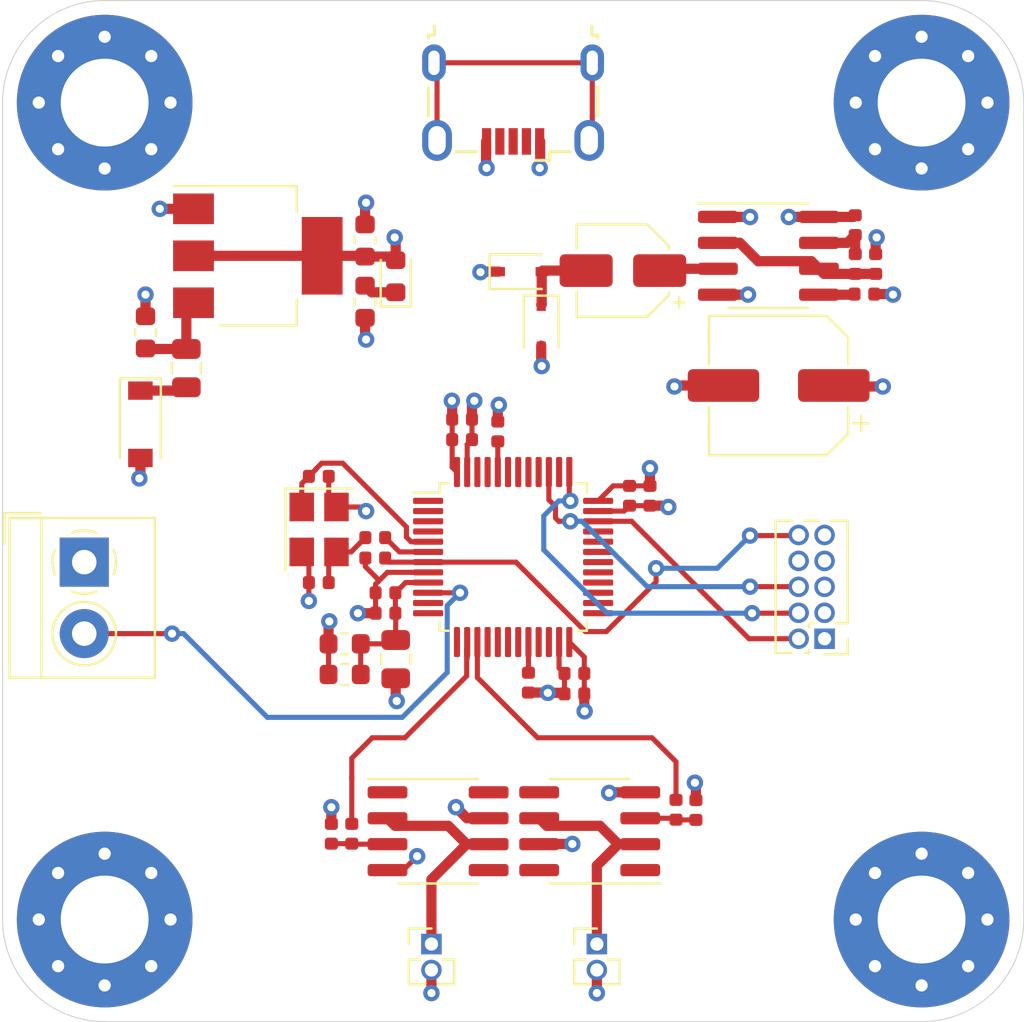
<source format=kicad_pcb>
(kicad_pcb (version 20171130) (host pcbnew "(5.1.2)-1")
  (layers (0 F.Cu signal) (1 In1.Cu power) (2 In2.Cu power) (3 In3.Cu power) (4 In4.Cu power) (31 B.Cu signal) (34 B.Paste user) (35 F.Paste user) (36 B.SilkS user) (37 F.SilkS user) (38 B.Mask user) (39 F.Mask user) (44 Edge.Cuts user))
  (net 0 "")
  (net 1 "Net-(C1-Pad1)")
  (net 2 "Net-(C2-Pad2)")
  (net 3 GND)
  (net 4 V_thresh)
  (net 5 "Net-(C4-Pad1)")
  (net 6 "Net-(C5-Pad2)")
  (net 7 V_555)
  (net 8 -5V)
  (net 9 "Net-(C7-Pad1)")
  (net 10 +3V3)
  (net 11 +3.3VA)
  (net 12 HSE_IN)
  (net 13 "Net-(C22-Pad1)")
  (net 14 NRST)
  (net 15 +5V)
  (net 16 "Net-(D3-Pad1)")
  (net 17 "Net-(D4-Pad1)")
  (net 18 "Net-(J1-Pad6)")
  (net 19 "Net-(J1-Pad4)")
  (net 20 "Net-(J1-Pad3)")
  (net 21 "Net-(J1-Pad2)")
  (net 22 "Net-(J2-Pad8)")
  (net 23 "Net-(J2-Pad7)")
  (net 24 SWO)
  (net 25 SWCLK)
  (net 26 SWDIO)
  (net 27 V_woofer)
  (net 28 ADC0)
  (net 29 V_tweeter)
  (net 30 V_dis)
  (net 31 HSE_OUT)
  (net 32 BOOT0)
  (net 33 "Net-(U1-Pad5)")
  (net 34 "Net-(U1-Pad1)")
  (net 35 "Net-(U2-Pad8)")
  (net 36 "Net-(U2-Pad5)")
  (net 37 "Net-(U2-Pad1)")
  (net 38 "Net-(U5-Pad46)")
  (net 39 "Net-(U5-Pad45)")
  (net 40 "Net-(U5-Pad43)")
  (net 41 "Net-(U5-Pad42)")
  (net 42 "Net-(U5-Pad41)")
  (net 43 "Net-(U5-Pad40)")
  (net 44 "Net-(U5-Pad38)")
  (net 45 "Net-(U5-Pad33)")
  (net 46 "Net-(U5-Pad32)")
  (net 47 "Net-(U5-Pad31)")
  (net 48 "Net-(U5-Pad30)")
  (net 49 "Net-(U5-Pad29)")
  (net 50 "Net-(U5-Pad28)")
  (net 51 "Net-(U5-Pad27)")
  (net 52 "Net-(U5-Pad26)")
  (net 53 "Net-(U5-Pad25)")
  (net 54 "Net-(U5-Pad22)")
  (net 55 "Net-(U5-Pad21)")
  (net 56 "Net-(U5-Pad19)")
  (net 57 "Net-(U5-Pad18)")
  (net 58 "Net-(U5-Pad17)")
  (net 59 "Net-(U5-Pad16)")
  (net 60 DAC1)
  (net 61 DAC0)
  (net 62 "Net-(U5-Pad13)")
  (net 63 "Net-(U5-Pad12)")
  (net 64 "Net-(U5-Pad11)")
  (net 65 "Net-(U5-Pad4)")
  (net 66 "Net-(U5-Pad3)")
  (net 67 "Net-(U5-Pad2)")
  (net 68 "Net-(U5-Pad1)")
  (net 69 "Net-(U1-Pad8)")
  (net 70 BOOT1)
  (module Package_SO:SOIC-8_3.9x4.9mm_P1.27mm (layer F.Cu) (at 78.75 70.675 180)
    (fp_text reference U1)
    (fp_text value uA741)
    (pad 8 smd roundrect (at 2.475 -1.905 180) (size 1.95 0.6) (layers F.Cu F.Paste F.Mask) (net 69 "Net-(U1-Pad8)"))
    (pad 7 smd roundrect (at 2.475 -0.635 180) (size 1.95 0.6) (layers F.Cu F.Paste F.Mask) (net 15 +5V))
    (pad 6 smd roundrect (at 2.475 0.635 180) (size 1.95 0.6) (layers F.Cu F.Paste F.Mask) (net 29 V_tweeter))
    (pad 5 smd roundrect (at 2.475 1.905 180) (size 1.95 0.6) (layers F.Cu F.Paste F.Mask) (net 33 "Net-(U1-Pad5)"))
    (pad 4 smd roundrect (at -2.475 1.905 180) (size 1.95 0.6) (layers F.Cu F.Paste F.Mask) (net 8 -5V))
    (pad 3 smd roundrect (at -2.475 0.635 180) (size 1.95 0.6) (layers F.Cu F.Paste F.Mask) (net 1 "Net-(C1-Pad1)"))
    (pad 2 smd roundrect (at -2.475 -0.635 180) (size 1.95 0.6) (layers F.Cu F.Paste F.Mask) (net 29 V_tweeter))
    (pad 1 smd roundrect (at -2.475 -1.905 180) (size 1.95 0.6) (layers F.Cu F.Paste F.Mask) (net 34 "Net-(U1-Pad1)"))
  )
  (module Crystal:Crystal_SMD_3225-4Pin_3.2x2.5mm (layer F.Cu) (at 65.5 55.9 270)
    (fp_text reference Y1)
    (fp_text value 16Mhz)
    (pad 4 smd rect (at -1.1 -0.85 270) (size 1.4 1.2) (layers F.Cu F.Paste F.Mask) (net 3 GND))
    (pad 3 smd rect (at 1.1 -0.85 270) (size 1.4 1.2) (layers F.Cu F.Paste F.Mask) (net 13 "Net-(C22-Pad1)"))
    (pad 2 smd rect (at 1.1 0.85 270) (size 1.4 1.2) (layers F.Cu F.Paste F.Mask) (net 3 GND))
    (pad 1 smd rect (at -1.1 0.85 270) (size 1.4 1.2) (layers F.Cu F.Paste F.Mask) (net 12 HSE_IN))
  )
  (module Package_QFP:LQFP-48_7x7mm_P0.5mm (layer F.Cu) (at 75 57.25)
    (fp_text reference U5)
    (fp_text value STM32L151C8Tx)
    (pad 48 smd roundrect (at -2.75 -4.1625) (size 0.3 1.475) (layers F.Cu F.Paste F.Mask) (net 10 +3V3))
    (pad 47 smd roundrect (at -2.25 -4.1625) (size 0.3 1.475) (layers F.Cu F.Paste F.Mask) (net 3 GND))
    (pad 46 smd roundrect (at -1.75 -4.1625) (size 0.3 1.475) (layers F.Cu F.Paste F.Mask) (net 38 "Net-(U5-Pad46)"))
    (pad 45 smd roundrect (at -1.25 -4.1625) (size 0.3 1.475) (layers F.Cu F.Paste F.Mask) (net 39 "Net-(U5-Pad45)"))
    (pad 44 smd roundrect (at -0.75 -4.1625) (size 0.3 1.475) (layers F.Cu F.Paste F.Mask) (net 32 BOOT0))
    (pad 43 smd roundrect (at -0.25 -4.1625) (size 0.3 1.475) (layers F.Cu F.Paste F.Mask) (net 40 "Net-(U5-Pad43)"))
    (pad 42 smd roundrect (at 0.25 -4.1625) (size 0.3 1.475) (layers F.Cu F.Paste F.Mask) (net 41 "Net-(U5-Pad42)"))
    (pad 41 smd roundrect (at 0.75 -4.1625) (size 0.3 1.475) (layers F.Cu F.Paste F.Mask) (net 42 "Net-(U5-Pad41)"))
    (pad 40 smd roundrect (at 1.25 -4.1625) (size 0.3 1.475) (layers F.Cu F.Paste F.Mask) (net 43 "Net-(U5-Pad40)"))
    (pad 39 smd roundrect (at 1.75 -4.1625) (size 0.3 1.475) (layers F.Cu F.Paste F.Mask) (net 24 SWO))
    (pad 38 smd roundrect (at 2.25 -4.1625) (size 0.3 1.475) (layers F.Cu F.Paste F.Mask) (net 44 "Net-(U5-Pad38)"))
    (pad 37 smd roundrect (at 2.75 -4.1625) (size 0.3 1.475) (layers F.Cu F.Paste F.Mask) (net 25 SWCLK))
    (pad 36 smd roundrect (at 4.1625 -2.75) (size 1.475 0.3) (layers F.Cu F.Paste F.Mask) (net 10 +3V3))
    (pad 35 smd roundrect (at 4.1625 -2.25) (size 1.475 0.3) (layers F.Cu F.Paste F.Mask) (net 3 GND))
    (pad 34 smd roundrect (at 4.1625 -1.75) (size 1.475 0.3) (layers F.Cu F.Paste F.Mask) (net 26 SWDIO))
    (pad 33 smd roundrect (at 4.1625 -1.25) (size 1.475 0.3) (layers F.Cu F.Paste F.Mask) (net 45 "Net-(U5-Pad33)"))
    (pad 32 smd roundrect (at 4.1625 -0.75) (size 1.475 0.3) (layers F.Cu F.Paste F.Mask) (net 46 "Net-(U5-Pad32)"))
    (pad 31 smd roundrect (at 4.1625 -0.25) (size 1.475 0.3) (layers F.Cu F.Paste F.Mask) (net 47 "Net-(U5-Pad31)"))
    (pad 30 smd roundrect (at 4.1625 0.25) (size 1.475 0.3) (layers F.Cu F.Paste F.Mask) (net 48 "Net-(U5-Pad30)"))
    (pad 29 smd roundrect (at 4.1625 0.75) (size 1.475 0.3) (layers F.Cu F.Paste F.Mask) (net 49 "Net-(U5-Pad29)"))
    (pad 28 smd roundrect (at 4.1625 1.25) (size 1.475 0.3) (layers F.Cu F.Paste F.Mask) (net 50 "Net-(U5-Pad28)"))
    (pad 27 smd roundrect (at 4.1625 1.75) (size 1.475 0.3) (layers F.Cu F.Paste F.Mask) (net 51 "Net-(U5-Pad27)"))
    (pad 26 smd roundrect (at 4.1625 2.25) (size 1.475 0.3) (layers F.Cu F.Paste F.Mask) (net 52 "Net-(U5-Pad26)"))
    (pad 25 smd roundrect (at 4.1625 2.75) (size 1.475 0.3) (layers F.Cu F.Paste F.Mask) (net 53 "Net-(U5-Pad25)"))
    (pad 24 smd roundrect (at 2.75 4.1625) (size 0.3 1.475) (layers F.Cu F.Paste F.Mask) (net 10 +3V3))
    (pad 23 smd roundrect (at 2.25 4.1625) (size 0.3 1.475) (layers F.Cu F.Paste F.Mask) (net 3 GND))
    (pad 22 smd roundrect (at 1.75 4.1625) (size 0.3 1.475) (layers F.Cu F.Paste F.Mask) (net 54 "Net-(U5-Pad22)"))
    (pad 21 smd roundrect (at 1.25 4.1625) (size 0.3 1.475) (layers F.Cu F.Paste F.Mask) (net 55 "Net-(U5-Pad21)"))
    (pad 20 smd roundrect (at 0.75 4.1625) (size 0.3 1.475) (layers F.Cu F.Paste F.Mask) (net 70 BOOT1))
    (pad 19 smd roundrect (at 0.25 4.1625) (size 0.3 1.475) (layers F.Cu F.Paste F.Mask) (net 56 "Net-(U5-Pad19)"))
    (pad 18 smd roundrect (at -0.25 4.1625) (size 0.3 1.475) (layers F.Cu F.Paste F.Mask) (net 57 "Net-(U5-Pad18)"))
    (pad 17 smd roundrect (at -0.75 4.1625) (size 0.3 1.475) (layers F.Cu F.Paste F.Mask) (net 58 "Net-(U5-Pad17)"))
    (pad 16 smd roundrect (at -1.25 4.1625) (size 0.3 1.475) (layers F.Cu F.Paste F.Mask) (net 59 "Net-(U5-Pad16)"))
    (pad 15 smd roundrect (at -1.75 4.1625) (size 0.3 1.475) (layers F.Cu F.Paste F.Mask) (net 60 DAC1))
    (pad 14 smd roundrect (at -2.25 4.1625) (size 0.3 1.475) (layers F.Cu F.Paste F.Mask) (net 61 DAC0))
    (pad 13 smd roundrect (at -2.75 4.1625) (size 0.3 1.475) (layers F.Cu F.Paste F.Mask) (net 62 "Net-(U5-Pad13)"))
    (pad 12 smd roundrect (at -4.1625 2.75) (size 1.475 0.3) (layers F.Cu F.Paste F.Mask) (net 63 "Net-(U5-Pad12)"))
    (pad 11 smd roundrect (at -4.1625 2.25) (size 1.475 0.3) (layers F.Cu F.Paste F.Mask) (net 64 "Net-(U5-Pad11)"))
    (pad 10 smd roundrect (at -4.1625 1.75) (size 1.475 0.3) (layers F.Cu F.Paste F.Mask) (net 28 ADC0))
    (pad 9 smd roundrect (at -4.1625 1.25) (size 1.475 0.3) (layers F.Cu F.Paste F.Mask) (net 11 +3.3VA))
    (pad 8 smd roundrect (at -4.1625 0.75) (size 1.475 0.3) (layers F.Cu F.Paste F.Mask) (net 3 GND))
    (pad 7 smd roundrect (at -4.1625 0.25) (size 1.475 0.3) (layers F.Cu F.Paste F.Mask) (net 14 NRST))
    (pad 6 smd roundrect (at -4.1625 -0.25) (size 1.475 0.3) (layers F.Cu F.Paste F.Mask) (net 31 HSE_OUT))
    (pad 5 smd roundrect (at -4.1625 -0.75) (size 1.475 0.3) (layers F.Cu F.Paste F.Mask) (net 12 HSE_IN))
    (pad 4 smd roundrect (at -4.1625 -1.25) (size 1.475 0.3) (layers F.Cu F.Paste F.Mask) (net 65 "Net-(U5-Pad4)"))
    (pad 3 smd roundrect (at -4.1625 -1.75) (size 1.475 0.3) (layers F.Cu F.Paste F.Mask) (net 66 "Net-(U5-Pad3)"))
    (pad 2 smd roundrect (at -4.1625 -2.25) (size 1.475 0.3) (layers F.Cu F.Paste F.Mask) (net 67 "Net-(U5-Pad2)"))
    (pad 1 smd roundrect (at -4.1625 -2.75) (size 1.475 0.3) (layers F.Cu F.Paste F.Mask) (net 68 "Net-(U5-Pad1)"))
  )
  (module Package_TO_SOT_SMD:SOT-223-3_TabPin2 (layer F.Cu) (at 62.5 42.5)
    (fp_text reference U4)
    (fp_text value AMS1117-3.3)
    (pad 1 smd rect (at -3.15 -2.3) (size 2 1.5) (layers F.Cu F.Paste F.Mask) (net 3 GND))
    (pad 3 smd rect (at -3.15 2.3) (size 2 1.5) (layers F.Cu F.Paste F.Mask) (net 9 "Net-(C7-Pad1)"))
    (pad 2 smd rect (at -3.15 0) (size 2 1.5) (layers F.Cu F.Paste F.Mask) (net 10 +3V3))
    (pad 2 smd rect (at 3.15 0) (size 2 3.8) (layers F.Cu F.Paste F.Mask) (net 10 +3V3))
  )
  (module Package_SO:SOIC-8_3.9x4.9mm_P1.27mm (layer F.Cu) (at 87.5 42.5)
    (fp_text reference U3)
    (fp_text value NE555)
    (pad 8 smd roundrect (at 2.475 -1.905) (size 1.95 0.6) (layers F.Cu F.Paste F.Mask) (net 15 +5V))
    (pad 7 smd roundrect (at 2.475 -0.635) (size 1.95 0.6) (layers F.Cu F.Paste F.Mask) (net 30 V_dis))
    (pad 6 smd roundrect (at 2.475 0.635) (size 1.95 0.6) (layers F.Cu F.Paste F.Mask) (net 4 V_thresh))
    (pad 5 smd roundrect (at 2.475 1.905) (size 1.95 0.6) (layers F.Cu F.Paste F.Mask) (net 5 "Net-(C4-Pad1)"))
    (pad 4 smd roundrect (at -2.475 1.905) (size 1.95 0.6) (layers F.Cu F.Paste F.Mask) (net 15 +5V))
    (pad 3 smd roundrect (at -2.475 0.635) (size 1.95 0.6) (layers F.Cu F.Paste F.Mask) (net 7 V_555))
    (pad 2 smd roundrect (at -2.475 -0.635) (size 1.95 0.6) (layers F.Cu F.Paste F.Mask) (net 4 V_thresh))
    (pad 1 smd roundrect (at -2.475 -1.905) (size 1.95 0.6) (layers F.Cu F.Paste F.Mask) (net 3 GND))
  )
  (module Package_SO:SOIC-8_3.9x4.9mm_P1.27mm (layer F.Cu) (at 71.325 70.675)
    (fp_text reference U2)
    (fp_text value uA741)
    (pad 8 smd roundrect (at 2.475 -1.905) (size 1.95 0.6) (layers F.Cu F.Paste F.Mask) (net 35 "Net-(U2-Pad8)"))
    (pad 7 smd roundrect (at 2.475 -0.635) (size 1.95 0.6) (layers F.Cu F.Paste F.Mask) (net 15 +5V))
    (pad 6 smd roundrect (at 2.475 0.635) (size 1.95 0.6) (layers F.Cu F.Paste F.Mask) (net 27 V_woofer))
    (pad 5 smd roundrect (at 2.475 1.905) (size 1.95 0.6) (layers F.Cu F.Paste F.Mask) (net 36 "Net-(U2-Pad5)"))
    (pad 4 smd roundrect (at -2.475 1.905) (size 1.95 0.6) (layers F.Cu F.Paste F.Mask) (net 8 -5V))
    (pad 3 smd roundrect (at -2.475 0.635) (size 1.95 0.6) (layers F.Cu F.Paste F.Mask) (net 2 "Net-(C2-Pad2)"))
    (pad 2 smd roundrect (at -2.475 -0.635) (size 1.95 0.6) (layers F.Cu F.Paste F.Mask) (net 27 V_woofer))
    (pad 1 smd roundrect (at -2.475 -1.905) (size 1.95 0.6) (layers F.Cu F.Paste F.Mask) (net 37 "Net-(U2-Pad1)"))
  )
  (module Resistor_SMD:R_0402_1005Metric (layer F.Cu) (at 74.25 51.1 90)
    (fp_text reference R7)
    (fp_text value 10k)
    (pad 2 smd roundrect (at 0.485 0 90) (size 0.59 0.64) (layers F.Cu F.Paste F.Mask) (net 3 GND))
    (pad 1 smd roundrect (at -0.485 0 90) (size 0.59 0.64) (layers F.Cu F.Paste F.Mask) (net 32 BOOT0))
  )
  (module Resistor_SMD:R_0402_1005Metric (layer F.Cu) (at 68.25 56.3)
    (fp_text reference R6)
    (fp_text value 220)
    (pad 2 smd roundrect (at 0.485 0) (size 0.59 0.64) (layers F.Cu F.Paste F.Mask) (net 31 HSE_OUT))
    (pad 1 smd roundrect (at -0.485 0) (size 0.59 0.64) (layers F.Cu F.Paste F.Mask) (net 13 "Net-(C22-Pad1)"))
  )
  (module Resistor_SMD:R_0603_1608Metric (layer F.Cu) (at 67.75 44.75 270)
    (fp_text reference R5)
    (fp_text value 2.2k)
    (pad 2 smd roundrect (at 0.7875 0 270) (size 0.875 0.95) (layers F.Cu F.Paste F.Mask) (net 3 GND))
    (pad 1 smd roundrect (at -0.7875 0 270) (size 0.875 0.95) (layers F.Cu F.Paste F.Mask) (net 17 "Net-(D4-Pad1)"))
  )
  (module Resistor_SMD:R_0402_1005Metric (layer F.Cu) (at 91.75 42.9 270)
    (fp_text reference R4)
    (fp_text value 47k)
    (pad 2 smd roundrect (at 0.485 0 270) (size 0.59 0.64) (layers F.Cu F.Paste F.Mask) (net 4 V_thresh))
    (pad 1 smd roundrect (at -0.485 0 270) (size 0.59 0.64) (layers F.Cu F.Paste F.Mask) (net 30 V_dis))
  )
  (module Resistor_SMD:R_0402_1005Metric (layer F.Cu) (at 91.75 41 270)
    (fp_text reference R3)
    (fp_text value 5.6k)
    (pad 2 smd roundrect (at 0.485 0 270) (size 0.59 0.64) (layers F.Cu F.Paste F.Mask) (net 30 V_dis))
    (pad 1 smd roundrect (at -0.485 0 270) (size 0.59 0.64) (layers F.Cu F.Paste F.Mask) (net 15 +5V))
  )
  (module Resistor_SMD:R_0402_1005Metric (layer F.Cu) (at 66.1 70.8 90)
    (fp_text reference R2)
    (fp_text value 100k)
    (pad 2 smd roundrect (at 0.485 0 90) (size 0.59 0.64) (layers F.Cu F.Paste F.Mask) (net 3 GND))
    (pad 1 smd roundrect (at -0.485 0 90) (size 0.59 0.64) (layers F.Cu F.Paste F.Mask) (net 2 "Net-(C2-Pad2)"))
  )
  (module Resistor_SMD:R_0402_1005Metric (layer F.Cu) (at 83.95 69.635 90)
    (fp_text reference R1)
    (fp_text value 100k)
    (pad 2 smd roundrect (at 0.485 0 90) (size 0.59 0.64) (layers F.Cu F.Paste F.Mask) (net 3 GND))
    (pad 1 smd roundrect (at -0.485 0 90) (size 0.59 0.64) (layers F.Cu F.Paste F.Mask) (net 1 "Net-(C1-Pad1)"))
  )
  (module Connector_PinHeader_1.27mm:PinHeader_1x02_P1.27mm_Vertical (layer F.Cu) (at 79.1 76.2)
    (fp_text reference J5)
    (fp_text value Conn_01x02_Male)
    (pad 2 thru_hole oval (at 0 1.27) (size 1 1) (drill 0.65) (layers *.Cu *.Mask) (net 3 GND))
    (pad 1 thru_hole rect (at 0 0) (size 1 1) (drill 0.65) (layers *.Cu *.Mask) (net 29 V_tweeter))
  )
  (module TerminalBlock_4Ucon:TerminalBlock_4Ucon_1x02_P3.50mm_Horizontal (layer F.Cu) (at 54 57.5 270)
    (fp_text reference J4)
    (fp_text value Screw_Terminal_01x02)
    (pad 2 thru_hole circle (at 3.5 0 270) (size 2.4 2.4) (drill 1.2) (layers *.Cu *.Mask) (net 28 ADC0))
    (pad 1 thru_hole rect (at 0 0 270) (size 2.4 2.4) (drill 1.2) (layers *.Cu *.Mask) (net 3 GND))
  )
  (module Connector_PinHeader_1.27mm:PinHeader_1x02_P1.27mm_Vertical (layer F.Cu) (at 71 76.2)
    (fp_text reference J3)
    (fp_text value Conn_01x02_Male)
    (pad 2 thru_hole oval (at 0 1.27) (size 1 1) (drill 0.65) (layers *.Cu *.Mask) (net 3 GND))
    (pad 1 thru_hole rect (at 0 0) (size 1 1) (drill 0.65) (layers *.Cu *.Mask) (net 27 V_woofer))
  )
  (module Connector_PinHeader_1.27mm:PinHeader_2x05_P1.27mm_Vertical (layer F.Cu) (at 90.25 61.25 180)
    (fp_text reference J2)
    (fp_text value Conn_02x05_Odd_Even)
    (pad 10 thru_hole oval (at 1.27 5.08 180) (size 1 1) (drill 0.65) (layers *.Cu *.Mask) (net 14 NRST))
    (pad 9 thru_hole oval (at 0 5.08 180) (size 1 1) (drill 0.65) (layers *.Cu *.Mask) (net 3 GND))
    (pad 8 thru_hole oval (at 1.27 3.81 180) (size 1 1) (drill 0.65) (layers *.Cu *.Mask) (net 22 "Net-(J2-Pad8)"))
    (pad 7 thru_hole oval (at 0 3.81 180) (size 1 1) (drill 0.65) (layers *.Cu *.Mask) (net 23 "Net-(J2-Pad7)"))
    (pad 6 thru_hole oval (at 1.27 2.54 180) (size 1 1) (drill 0.65) (layers *.Cu *.Mask) (net 24 SWO))
    (pad 5 thru_hole oval (at 0 2.54 180) (size 1 1) (drill 0.65) (layers *.Cu *.Mask) (net 3 GND))
    (pad 4 thru_hole oval (at 1.27 1.27 180) (size 1 1) (drill 0.65) (layers *.Cu *.Mask) (net 25 SWCLK))
    (pad 3 thru_hole oval (at 0 1.27 180) (size 1 1) (drill 0.65) (layers *.Cu *.Mask) (net 3 GND))
    (pad 2 thru_hole oval (at 1.27 0 180) (size 1 1) (drill 0.65) (layers *.Cu *.Mask) (net 26 SWDIO))
    (pad 1 thru_hole rect (at 0 0 180) (size 1 1) (drill 0.65) (layers *.Cu *.Mask) (net 10 +3V3))
  )
  (module Connector_USB:USB_Micro-B_Wuerth_629105150521 (layer F.Cu) (at 75 35 180)
    (fp_text reference J1)
    (fp_text value USB_B_Micro)
    (pad "" np_thru_hole oval (at 2.5 -0.8 180) (size 0.8 0.8) (drill 0.8) (layers *.Cu *.Mask))
    (pad "" np_thru_hole oval (at -2.5 -0.8 180) (size 0.8 0.8) (drill 0.8) (layers *.Cu *.Mask))
    (pad 6 thru_hole oval (at 3.875 1.95 180) (size 1.15 1.8) (drill oval 0.55 1.2) (layers *.Cu *.Mask) (net 18 "Net-(J1-Pad6)"))
    (pad 6 thru_hole oval (at -3.875 1.95 180) (size 1.15 1.8) (drill oval 0.55 1.2) (layers *.Cu *.Mask) (net 18 "Net-(J1-Pad6)"))
    (pad 6 thru_hole oval (at 3.725 -1.85 180) (size 1.45 2) (drill oval 0.85 1.4) (layers *.Cu *.Mask) (net 18 "Net-(J1-Pad6)"))
    (pad 6 thru_hole oval (at -3.725 -1.85 180) (size 1.45 2) (drill oval 0.85 1.4) (layers *.Cu *.Mask) (net 18 "Net-(J1-Pad6)"))
    (pad 5 smd rect (at 1.3 -1.9 180) (size 0.45 1.3) (layers F.Cu F.Paste F.Mask) (net 3 GND))
    (pad 4 smd rect (at 0.65 -1.9 180) (size 0.45 1.3) (layers F.Cu F.Paste F.Mask) (net 19 "Net-(J1-Pad4)"))
    (pad 3 smd rect (at 0 -1.9 180) (size 0.45 1.3) (layers F.Cu F.Paste F.Mask) (net 20 "Net-(J1-Pad3)"))
    (pad 2 smd rect (at -0.65 -1.9 180) (size 0.45 1.3) (layers F.Cu F.Paste F.Mask) (net 21 "Net-(J1-Pad2)"))
    (pad 1 smd rect (at -1.3 -1.9 180) (size 0.45 1.3) (layers F.Cu F.Paste F.Mask) (net 15 +5V))
  )
  (module MountingHole:MountingHole_4.3mm_M4_Pad_Via (layer F.Cu) (at 55 75)
    (fp_text reference H4)
    (fp_text value MountingHole_Pad)
    (pad 1 thru_hole circle (at 2.280419 -2.280419) (size 0.9 0.9) (drill 0.6) (layers *.Cu *.Mask) (net 3 GND))
    (pad 1 thru_hole circle (at 0 -3.225) (size 0.9 0.9) (drill 0.6) (layers *.Cu *.Mask) (net 3 GND))
    (pad 1 thru_hole circle (at -2.280419 -2.280419) (size 0.9 0.9) (drill 0.6) (layers *.Cu *.Mask) (net 3 GND))
    (pad 1 thru_hole circle (at -3.225 0) (size 0.9 0.9) (drill 0.6) (layers *.Cu *.Mask) (net 3 GND))
    (pad 1 thru_hole circle (at -2.280419 2.280419) (size 0.9 0.9) (drill 0.6) (layers *.Cu *.Mask) (net 3 GND))
    (pad 1 thru_hole circle (at 0 3.225) (size 0.9 0.9) (drill 0.6) (layers *.Cu *.Mask) (net 3 GND))
    (pad 1 thru_hole circle (at 2.280419 2.280419) (size 0.9 0.9) (drill 0.6) (layers *.Cu *.Mask) (net 3 GND))
    (pad 1 thru_hole circle (at 3.225 0) (size 0.9 0.9) (drill 0.6) (layers *.Cu *.Mask) (net 3 GND))
    (pad 1 thru_hole circle (at 0 0) (size 8.6 8.6) (drill 4.3) (layers *.Cu *.Mask) (net 3 GND))
  )
  (module MountingHole:MountingHole_4.3mm_M4_Pad_Via (layer F.Cu) (at 95 75)
    (fp_text reference H3)
    (fp_text value MountingHole_Pad)
    (pad 1 thru_hole circle (at 2.280419 -2.280419) (size 0.9 0.9) (drill 0.6) (layers *.Cu *.Mask) (net 3 GND))
    (pad 1 thru_hole circle (at 0 -3.225) (size 0.9 0.9) (drill 0.6) (layers *.Cu *.Mask) (net 3 GND))
    (pad 1 thru_hole circle (at -2.280419 -2.280419) (size 0.9 0.9) (drill 0.6) (layers *.Cu *.Mask) (net 3 GND))
    (pad 1 thru_hole circle (at -3.225 0) (size 0.9 0.9) (drill 0.6) (layers *.Cu *.Mask) (net 3 GND))
    (pad 1 thru_hole circle (at -2.280419 2.280419) (size 0.9 0.9) (drill 0.6) (layers *.Cu *.Mask) (net 3 GND))
    (pad 1 thru_hole circle (at 0 3.225) (size 0.9 0.9) (drill 0.6) (layers *.Cu *.Mask) (net 3 GND))
    (pad 1 thru_hole circle (at 2.280419 2.280419) (size 0.9 0.9) (drill 0.6) (layers *.Cu *.Mask) (net 3 GND))
    (pad 1 thru_hole circle (at 3.225 0) (size 0.9 0.9) (drill 0.6) (layers *.Cu *.Mask) (net 3 GND))
    (pad 1 thru_hole circle (at 0 0) (size 8.6 8.6) (drill 4.3) (layers *.Cu *.Mask) (net 3 GND))
  )
  (module MountingHole:MountingHole_4.3mm_M4_Pad_Via (layer F.Cu) (at 95 35)
    (fp_text reference H2)
    (fp_text value MountingHole_Pad)
    (pad 1 thru_hole circle (at 2.280419 -2.280419) (size 0.9 0.9) (drill 0.6) (layers *.Cu *.Mask) (net 3 GND))
    (pad 1 thru_hole circle (at 0 -3.225) (size 0.9 0.9) (drill 0.6) (layers *.Cu *.Mask) (net 3 GND))
    (pad 1 thru_hole circle (at -2.280419 -2.280419) (size 0.9 0.9) (drill 0.6) (layers *.Cu *.Mask) (net 3 GND))
    (pad 1 thru_hole circle (at -3.225 0) (size 0.9 0.9) (drill 0.6) (layers *.Cu *.Mask) (net 3 GND))
    (pad 1 thru_hole circle (at -2.280419 2.280419) (size 0.9 0.9) (drill 0.6) (layers *.Cu *.Mask) (net 3 GND))
    (pad 1 thru_hole circle (at 0 3.225) (size 0.9 0.9) (drill 0.6) (layers *.Cu *.Mask) (net 3 GND))
    (pad 1 thru_hole circle (at 2.280419 2.280419) (size 0.9 0.9) (drill 0.6) (layers *.Cu *.Mask) (net 3 GND))
    (pad 1 thru_hole circle (at 3.225 0) (size 0.9 0.9) (drill 0.6) (layers *.Cu *.Mask) (net 3 GND))
    (pad 1 thru_hole circle (at 0 0) (size 8.6 8.6) (drill 4.3) (layers *.Cu *.Mask) (net 3 GND))
  )
  (module MountingHole:MountingHole_4.3mm_M4_Pad_Via (layer F.Cu) (at 55 35)
    (fp_text reference H1)
    (fp_text value MountingHole_Pad)
    (pad 1 thru_hole circle (at 2.280419 -2.280419) (size 0.9 0.9) (drill 0.6) (layers *.Cu *.Mask) (net 3 GND))
    (pad 1 thru_hole circle (at 0 -3.225) (size 0.9 0.9) (drill 0.6) (layers *.Cu *.Mask) (net 3 GND))
    (pad 1 thru_hole circle (at -2.280419 -2.280419) (size 0.9 0.9) (drill 0.6) (layers *.Cu *.Mask) (net 3 GND))
    (pad 1 thru_hole circle (at -3.225 0) (size 0.9 0.9) (drill 0.6) (layers *.Cu *.Mask) (net 3 GND))
    (pad 1 thru_hole circle (at -2.280419 2.280419) (size 0.9 0.9) (drill 0.6) (layers *.Cu *.Mask) (net 3 GND))
    (pad 1 thru_hole circle (at 0 3.225) (size 0.9 0.9) (drill 0.6) (layers *.Cu *.Mask) (net 3 GND))
    (pad 1 thru_hole circle (at 2.280419 2.280419) (size 0.9 0.9) (drill 0.6) (layers *.Cu *.Mask) (net 3 GND))
    (pad 1 thru_hole circle (at 3.225 0) (size 0.9 0.9) (drill 0.6) (layers *.Cu *.Mask) (net 3 GND))
    (pad 1 thru_hole circle (at 0 0) (size 8.6 8.6) (drill 4.3) (layers *.Cu *.Mask) (net 3 GND))
  )
  (module Inductor_SMD:L_0805_2012Metric (layer F.Cu) (at 69.25 62.25 270)
    (fp_text reference FB2)
    (fp_text value "100 @ 100 MHz")
    (pad 2 smd roundrect (at 0.9375 0 270) (size 0.975 1.4) (layers F.Cu F.Paste F.Mask) (net 10 +3V3))
    (pad 1 smd roundrect (at -0.9375 0 270) (size 0.975 1.4) (layers F.Cu F.Paste F.Mask) (net 11 +3.3VA))
  )
  (module Inductor_SMD:L_0805_2012Metric (layer F.Cu) (at 59 48 270)
    (fp_text reference FB1)
    (fp_text value "100 @ 100 MHz")
    (pad 2 smd roundrect (at 0.9375 0 270) (size 0.975 1.4) (layers F.Cu F.Paste F.Mask) (net 16 "Net-(D3-Pad1)"))
    (pad 1 smd roundrect (at -0.9375 0 270) (size 0.975 1.4) (layers F.Cu F.Paste F.Mask) (net 9 "Net-(C7-Pad1)"))
  )
  (module LED_SMD:LED_0603_1608Metric (layer F.Cu) (at 69.25 43.5 90)
    (fp_text reference D4)
    (fp_text value Red)
    (pad 2 smd roundrect (at 0.7875 0 90) (size 0.875 0.95) (layers F.Cu F.Paste F.Mask) (net 10 +3V3))
    (pad 1 smd roundrect (at -0.7875 0 90) (size 0.875 0.95) (layers F.Cu F.Paste F.Mask) (net 17 "Net-(D4-Pad1)"))
  )
  (module Diode_SMD:D_SOD-123 (layer F.Cu) (at 56.75 50.75 270)
    (fp_text reference D3)
    (fp_text value B5819W)
    (pad 2 smd rect (at 1.65 0 270) (size 0.9 1.2) (layers F.Cu F.Paste F.Mask) (net 15 +5V))
    (pad 1 smd rect (at -1.65 0 270) (size 0.9 1.2) (layers F.Cu F.Paste F.Mask) (net 16 "Net-(D3-Pad1)"))
  )
  (module Diode_SMD:D_SOD-323 (layer F.Cu) (at 76.375 45.95 270)
    (fp_text reference D2)
    (fp_text value 1N4148WS)
    (pad 2 smd rect (at 1.05 0 270) (size 0.6 0.45) (layers F.Cu F.Paste F.Mask) (net 8 -5V))
    (pad 1 smd rect (at -1.05 0 270) (size 0.6 0.45) (layers F.Cu F.Paste F.Mask) (net 6 "Net-(C5-Pad2)"))
  )
  (module Diode_SMD:D_SOD-323 (layer F.Cu) (at 75.35 43.275)
    (fp_text reference D1)
    (fp_text value 1N4148WS)
    (pad 2 smd rect (at 1.05 0) (size 0.6 0.45) (layers F.Cu F.Paste F.Mask) (net 6 "Net-(C5-Pad2)"))
    (pad 1 smd rect (at -1.05 0) (size 0.6 0.45) (layers F.Cu F.Paste F.Mask) (net 3 GND))
  )
  (module Capacitor_SMD:C_0402_1005Metric (layer F.Cu) (at 68.25 57.3)
    (fp_text reference C23)
    (fp_text value 100n)
    (pad 2 smd roundrect (at 0.485 0) (size 0.59 0.64) (layers F.Cu F.Paste F.Mask) (net 14 NRST))
    (pad 1 smd roundrect (at -0.485 0) (size 0.59 0.64) (layers F.Cu F.Paste F.Mask) (net 3 GND))
  )
  (module Capacitor_SMD:C_0402_1005Metric (layer F.Cu) (at 65.485 58.5 180)
    (fp_text reference C22)
    (fp_text value 12p)
    (pad 2 smd roundrect (at 0.485 0 180) (size 0.59 0.64) (layers F.Cu F.Paste F.Mask) (net 3 GND))
    (pad 1 smd roundrect (at -0.485 0 180) (size 0.59 0.64) (layers F.Cu F.Paste F.Mask) (net 13 "Net-(C22-Pad1)"))
  )
  (module Capacitor_SMD:C_0402_1005Metric (layer F.Cu) (at 65.485 53.3)
    (fp_text reference C21)
    (fp_text value 12p)
    (pad 2 smd roundrect (at 0.485 0) (size 0.59 0.64) (layers F.Cu F.Paste F.Mask) (net 3 GND))
    (pad 1 smd roundrect (at -0.485 0) (size 0.59 0.64) (layers F.Cu F.Paste F.Mask) (net 12 HSE_IN))
  )
  (module Capacitor_SMD:C_0402_1005Metric (layer F.Cu) (at 68.75 60)
    (fp_text reference C18)
    (fp_text value 100n)
    (pad 2 smd roundrect (at 0.485 0) (size 0.59 0.64) (layers F.Cu F.Paste F.Mask) (net 11 +3.3VA))
    (pad 1 smd roundrect (at -0.485 0) (size 0.59 0.64) (layers F.Cu F.Paste F.Mask) (net 3 GND))
  )
  (module Capacitor_SMD:C_0402_1005Metric (layer F.Cu) (at 68.75 59 180)
    (fp_text reference C17)
    (fp_text value 1u)
    (pad 2 smd roundrect (at 0.485 0 180) (size 0.59 0.64) (layers F.Cu F.Paste F.Mask) (net 3 GND))
    (pad 1 smd roundrect (at -0.485 0 180) (size 0.59 0.64) (layers F.Cu F.Paste F.Mask) (net 11 +3.3VA))
  )
  (module Capacitor_SMD:C_0402_1005Metric (layer F.Cu) (at 78 63.95)
    (fp_text reference C16)
    (fp_text value 10u)
    (pad 2 smd roundrect (at 0.485 0) (size 0.59 0.64) (layers F.Cu F.Paste F.Mask) (net 10 +3V3))
    (pad 1 smd roundrect (at -0.485 0) (size 0.59 0.64) (layers F.Cu F.Paste F.Mask) (net 3 GND))
  )
  (module Capacitor_SMD:C_0402_1005Metric (layer F.Cu) (at 78 62.95)
    (fp_text reference C15)
    (fp_text value 100n)
    (pad 2 smd roundrect (at 0.485 0) (size 0.59 0.64) (layers F.Cu F.Paste F.Mask) (net 10 +3V3))
    (pad 1 smd roundrect (at -0.485 0) (size 0.59 0.64) (layers F.Cu F.Paste F.Mask) (net 3 GND))
  )
  (module Capacitor_SMD:C_0402_1005Metric (layer F.Cu) (at 81.7 54.25 90)
    (fp_text reference C14)
    (fp_text value 10u)
    (pad 2 smd roundrect (at 0.485 0 90) (size 0.59 0.64) (layers F.Cu F.Paste F.Mask) (net 10 +3V3))
    (pad 1 smd roundrect (at -0.485 0 90) (size 0.59 0.64) (layers F.Cu F.Paste F.Mask) (net 3 GND))
  )
  (module Capacitor_SMD:C_0402_1005Metric (layer F.Cu) (at 80.7 54.25 90)
    (fp_text reference C13)
    (fp_text value 100n)
    (pad 2 smd roundrect (at 0.485 0 90) (size 0.59 0.64) (layers F.Cu F.Paste F.Mask) (net 10 +3V3))
    (pad 1 smd roundrect (at -0.485 0 90) (size 0.59 0.64) (layers F.Cu F.Paste F.Mask) (net 3 GND))
  )
  (module Capacitor_SMD:C_0402_1005Metric (layer F.Cu) (at 72.5 50.5 180)
    (fp_text reference C12)
    (fp_text value 10u)
    (pad 2 smd roundrect (at 0.485 0 180) (size 0.59 0.64) (layers F.Cu F.Paste F.Mask) (net 10 +3V3))
    (pad 1 smd roundrect (at -0.485 0 180) (size 0.59 0.64) (layers F.Cu F.Paste F.Mask) (net 3 GND))
  )
  (module Capacitor_SMD:C_0402_1005Metric (layer F.Cu) (at 72.5 51.5 180)
    (fp_text reference C11)
    (fp_text value 100n)
    (pad 2 smd roundrect (at 0.485 0 180) (size 0.59 0.64) (layers F.Cu F.Paste F.Mask) (net 10 +3V3))
    (pad 1 smd roundrect (at -0.485 0 180) (size 0.59 0.64) (layers F.Cu F.Paste F.Mask) (net 3 GND))
  )
  (module Capacitor_SMD:C_0603_1608Metric (layer F.Cu) (at 66.75 63)
    (fp_text reference C10)
    (fp_text value 10n)
    (pad 2 smd roundrect (at 0.7875 0) (size 0.875 0.95) (layers F.Cu F.Paste F.Mask) (net 11 +3.3VA))
    (pad 1 smd roundrect (at -0.7875 0) (size 0.875 0.95) (layers F.Cu F.Paste F.Mask) (net 3 GND))
  )
  (module Capacitor_SMD:C_0603_1608Metric (layer F.Cu) (at 66.75 61.5)
    (fp_text reference C9)
    (fp_text value 100n)
    (pad 2 smd roundrect (at 0.7875 0) (size 0.875 0.95) (layers F.Cu F.Paste F.Mask) (net 11 +3.3VA))
    (pad 1 smd roundrect (at -0.7875 0) (size 0.875 0.95) (layers F.Cu F.Paste F.Mask) (net 3 GND))
  )
  (module Capacitor_SMD:C_0603_1608Metric (layer F.Cu) (at 67.75 41.75 90)
    (fp_text reference C8)
    (fp_text value 10u)
    (pad 2 smd roundrect (at 0.7875 0 90) (size 0.875 0.95) (layers F.Cu F.Paste F.Mask) (net 3 GND))
    (pad 1 smd roundrect (at -0.7875 0 90) (size 0.875 0.95) (layers F.Cu F.Paste F.Mask) (net 10 +3V3))
  )
  (module Capacitor_SMD:C_0603_1608Metric (layer F.Cu) (at 57 46.25 90)
    (fp_text reference C7)
    (fp_text value 10u)
    (pad 2 smd roundrect (at 0.7875 0 90) (size 0.875 0.95) (layers F.Cu F.Paste F.Mask) (net 3 GND))
    (pad 1 smd roundrect (at -0.7875 0 90) (size 0.875 0.95) (layers F.Cu F.Paste F.Mask) (net 9 "Net-(C7-Pad1)"))
  )
  (module Capacitor_SMD:CP_Elec_6.3x7.7 (layer F.Cu) (at 88 48.85 180)
    (fp_text reference C6)
    (fp_text value 100u)
    (pad 2 smd roundrect (at 2.7 0 180) (size 3.5 1.6) (layers F.Cu F.Paste F.Mask) (roundrect_rratio 0.15625) (net 8 -5V))
    (pad 1 smd roundrect (at -2.7 0 180) (size 3.5 1.6) (layers F.Cu F.Paste F.Mask) (roundrect_rratio 0.15625) (net 3 GND))
  )
  (module Capacitor_SMD:CP_Elec_4x5.3 (layer F.Cu) (at 80.375 43.225 180)
    (fp_text reference C5)
    (fp_text value 10u)
    (pad 2 smd roundrect (at 1.8 0 180) (size 2.6 1.6) (layers F.Cu F.Paste F.Mask) (roundrect_rratio 0.15625) (net 6 "Net-(C5-Pad2)"))
    (pad 1 smd roundrect (at -1.8 0 180) (size 2.6 1.6) (layers F.Cu F.Paste F.Mask) (roundrect_rratio 0.15625) (net 7 V_555))
  )
  (module Capacitor_SMD:C_0402_1005Metric (layer F.Cu) (at 92.2 44.375)
    (fp_text reference C4)
    (fp_text value 100n)
    (pad 2 smd roundrect (at 0.485 0) (size 0.59 0.64) (layers F.Cu F.Paste F.Mask) (net 3 GND))
    (pad 1 smd roundrect (at -0.485 0) (size 0.59 0.64) (layers F.Cu F.Paste F.Mask) (net 5 "Net-(C4-Pad1)"))
  )
  (module Capacitor_SMD:C_0402_1005Metric (layer F.Cu) (at 92.75 42.9 90)
    (fp_text reference C3)
    (fp_text value 10n)
    (pad 2 smd roundrect (at 0.485 0 90) (size 0.59 0.64) (layers F.Cu F.Paste F.Mask) (net 3 GND))
    (pad 1 smd roundrect (at -0.485 0 90) (size 0.59 0.64) (layers F.Cu F.Paste F.Mask) (net 4 V_thresh))
  )
  (module Capacitor_SMD:C_0402_1005Metric (layer F.Cu) (at 67.1 70.8 270)
    (fp_text reference C2)
    (fp_text value 1u)
    (pad 2 smd roundrect (at 0.485 0 270) (size 0.59 0.64) (layers F.Cu F.Paste F.Mask) (net 2 "Net-(C2-Pad2)"))
    (pad 1 smd roundrect (at -0.485 0 270) (size 0.59 0.64) (layers F.Cu F.Paste F.Mask) (net 61 DAC0))
  )
  (module Capacitor_SMD:C_0402_1005Metric (layer F.Cu) (at 82.975 69.625 90)
    (fp_text reference C1)
    (fp_text value 1u)
    (pad 2 smd roundrect (at 0.485 0 90) (size 0.59 0.64) (layers F.Cu F.Paste F.Mask) (net 60 DAC1))
    (pad 1 smd roundrect (at -0.485 0 90) (size 0.59 0.64) (layers F.Cu F.Paste F.Mask) (net 1 "Net-(C1-Pad1)"))
  )
  (module Resistor_SMD:R_0402_1005Metric (layer F.Cu) (at 75.75 63.4 270)
    (fp_text reference R8)
    (fp_text value 10k)
    (pad 1 smd roundrect (at -0.485 0 270) (size 0.59 0.64) (layers F.Cu F.Paste F.Mask) (net 70 BOOT1))
    (pad 2 smd roundrect (at 0.485 0 270) (size 0.59 0.64) (layers F.Cu F.Paste F.Mask) (net 3 GND))
  )
  (gr_line (start 55 80) (end 95 80) (layer Edge.Cuts) (width 0.05))
  (gr_line (start 100 75) (end 100 35) (layer Edge.Cuts) (width 0.05))
  (gr_arc (start 95 75) (end 95 80) (angle -90) (layer Edge.Cuts) (width 0.05))
  (gr_line (start 55 30) (end 95 30) (layer Edge.Cuts) (width 0.05))
  (gr_line (start 50 75) (end 50 35) (layer Edge.Cuts) (width 0.05))
  (gr_arc (start 55 75) (end 50 75) (angle -90) (layer Edge.Cuts) (width 0.05))
  (gr_arc (start 95 35) (end 100 35) (angle -90) (layer Edge.Cuts) (width 0.05))
  (gr_arc (start 55 35) (end 55 30) (angle -90) (layer Edge.Cuts) (width 0.05))
  (via (at 76.4 47.9) (size 0.8) (drill 0.4) (layers F.Cu B.Cu) (net 8))
  (segment (start 82.985 70.12) (end 82.975 70.11) (width 0.25) (layer F.Cu) (net 1))
  (segment (start 83.95 70.12) (end 82.985 70.12) (width 0.25) (layer F.Cu) (net 1))
  (segment (start 82.905 70.04) (end 82.975 70.11) (width 0.25) (layer F.Cu) (net 1))
  (segment (start 81.225 70.04) (end 82.905 70.04) (width 0.25) (layer F.Cu) (net 1))
  (segment (start 66.1 71.285) (end 67.1 71.285) (width 0.25) (layer F.Cu) (net 2))
  (segment (start 67.125 71.31) (end 67.1 71.285) (width 0.25) (layer F.Cu) (net 2))
  (segment (start 68.85 71.31) (end 67.125 71.31) (width 0.25) (layer F.Cu) (net 2))
  (segment (start 72.985 50.5) (end 72.985 51.5) (width 0.25) (layer F.Cu) (net 3))
  (segment (start 72.75 51.735) (end 72.75 53.0875) (width 0.25) (layer F.Cu) (net 3))
  (segment (start 72.985 51.5) (end 72.75 51.735) (width 0.25) (layer F.Cu) (net 3))
  (segment (start 81.7 54.735) (end 80.7 54.735) (width 0.25) (layer F.Cu) (net 3))
  (segment (start 80.435 55) (end 79.1625 55) (width 0.25) (layer F.Cu) (net 3))
  (segment (start 80.7 54.735) (end 80.435 55) (width 0.25) (layer F.Cu) (net 3))
  (segment (start 68.265 60) (end 68.265 59) (width 0.25) (layer F.Cu) (net 3))
  (segment (start 70 58) (end 70.8375 58) (width 0.25) (layer F.Cu) (net 3))
  (segment (start 68.845 58) (end 70 58) (width 0.25) (layer F.Cu) (net 3))
  (segment (start 68.265 59) (end 68.265 58.58) (width 0.25) (layer F.Cu) (net 3))
  (segment (start 68.4225 58.3775) (end 68.4225 58.4225) (width 0.25) (layer F.Cu) (net 3))
  (segment (start 67.765 57.72) (end 68.4225 58.3775) (width 0.25) (layer F.Cu) (net 3))
  (segment (start 67.765 57.3) (end 67.765 57.72) (width 0.25) (layer F.Cu) (net 3))
  (segment (start 68.265 58.58) (end 68.4225 58.4225) (width 0.25) (layer F.Cu) (net 3))
  (segment (start 68.4225 58.4225) (end 68.845 58) (width 0.25) (layer F.Cu) (net 3))
  (segment (start 65.97 54.42) (end 66.325 54.775) (width 0.25) (layer F.Cu) (net 3))
  (segment (start 65.97 53.3) (end 65.97 54.32) (width 0.25) (layer F.Cu) (net 3))
  (segment (start 65 57.35) (end 64.65 57) (width 0.25) (layer F.Cu) (net 3))
  (segment (start 65 58.5) (end 65 57.45) (width 0.25) (layer F.Cu) (net 3))
  (segment (start 77.515 63.95) (end 77.515 62.95) (width 0.25) (layer F.Cu) (net 3))
  (segment (start 77.25 62.685) (end 77.25 61.4125) (width 0.25) (layer F.Cu) (net 3))
  (segment (start 77.515 62.95) (end 77.25 62.685) (width 0.25) (layer F.Cu) (net 3))
  (segment (start 65.9625 61.5) (end 65.9625 63) (width 0.25) (layer F.Cu) (net 3))
  (segment (start 66.325 54.775) (end 66.35 54.8) (width 0.25) (layer F.Cu) (net 3))
  (via (at 67.8 55) (size 0.8) (drill 0.4) (layers F.Cu B.Cu) (net 3))
  (segment (start 67.6 54.8) (end 67.8 55) (width 0.25) (layer F.Cu) (net 3))
  (segment (start 66.35 54.8) (end 67.6 54.8) (width 0.25) (layer F.Cu) (net 3))
  (via (at 65 59.4) (size 0.8) (drill 0.4) (layers F.Cu B.Cu) (net 3))
  (segment (start 65 58.5) (end 65 59.4) (width 0.25) (layer F.Cu) (net 3))
  (via (at 67.4 60) (size 0.8) (drill 0.4) (layers F.Cu B.Cu) (net 3))
  (via (at 66 60.4) (size 0.8) (drill 0.4) (layers F.Cu B.Cu) (net 3))
  (via (at 76.7 63.9) (size 0.8) (drill 0.4) (layers F.Cu B.Cu) (net 3))
  (via (at 83.9 68.3) (size 0.8) (drill 0.4) (layers F.Cu B.Cu) (net 3))
  (via (at 66.1 69.5) (size 0.8) (drill 0.4) (layers F.Cu B.Cu) (net 3))
  (via (at 71 78.6) (size 0.8) (drill 0.4) (layers F.Cu B.Cu) (net 3))
  (via (at 79.1 78.6) (size 0.8) (drill 0.4) (layers F.Cu B.Cu) (net 3))
  (via (at 82.6 54.8) (size 0.8) (drill 0.4) (layers F.Cu B.Cu) (net 3))
  (via (at 74.3 49.8) (size 0.8) (drill 0.4) (layers F.Cu B.Cu) (net 3))
  (via (at 73.1 49.6) (size 0.8) (drill 0.4) (layers F.Cu B.Cu) (net 3))
  (via (at 93.1 48.9) (size 0.8) (drill 0.4) (layers F.Cu B.Cu) (net 3))
  (via (at 93.6 44.4) (size 0.8) (drill 0.4) (layers F.Cu B.Cu) (net 3))
  (via (at 92.8 41.6) (size 0.8) (drill 0.4) (layers F.Cu B.Cu) (net 3))
  (via (at 86.6 40.6) (size 0.8) (drill 0.4) (layers F.Cu B.Cu) (net 3))
  (via (at 73.7 38.2) (size 0.8) (drill 0.4) (layers F.Cu B.Cu) (net 3))
  (via (at 67.8 39.9) (size 0.8) (drill 0.4) (layers F.Cu B.Cu) (net 3))
  (via (at 67.8 46.6) (size 0.8) (drill 0.4) (layers F.Cu B.Cu) (net 3))
  (via (at 57 44.4) (size 0.8) (drill 0.4) (layers F.Cu B.Cu) (net 3))
  (segment (start 57 45.4625) (end 57 44.4) (width 0.5) (layer F.Cu) (net 3))
  (segment (start 67.75 46.55) (end 67.8 46.6) (width 0.5) (layer F.Cu) (net 3))
  (segment (start 67.75 45.5375) (end 67.75 46.55) (width 0.5) (layer F.Cu) (net 3))
  (segment (start 67.75 39.95) (end 67.8 39.9) (width 0.5) (layer F.Cu) (net 3))
  (segment (start 67.75 40.9625) (end 67.75 39.95) (width 0.5) (layer F.Cu) (net 3))
  (segment (start 73.674999 37.910001) (end 73.674999 36.9) (width 0.5) (layer F.Cu) (net 3))
  (segment (start 73.7 38.2) (end 73.7 37.935002) (width 0.5) (layer F.Cu) (net 3))
  (segment (start 73.7 37.935002) (end 73.674999 37.910001) (width 0.5) (layer F.Cu) (net 3))
  (segment (start 86.595 40.595) (end 86.6 40.6) (width 0.5) (layer F.Cu) (net 3))
  (segment (start 85.025 40.595) (end 86.595 40.595) (width 0.5) (layer F.Cu) (net 3))
  (segment (start 92.75 41.65) (end 92.8 41.6) (width 0.5) (layer F.Cu) (net 3))
  (segment (start 92.75 42.415) (end 92.75 41.65) (width 0.5) (layer F.Cu) (net 3))
  (segment (start 93.575 44.375) (end 93.6 44.4) (width 0.5) (layer F.Cu) (net 3))
  (segment (start 92.685 44.375) (end 93.575 44.375) (width 0.5) (layer F.Cu) (net 3))
  (segment (start 90.75 48.9) (end 90.7 48.85) (width 0.5) (layer F.Cu) (net 3))
  (segment (start 93.1 48.9) (end 90.75 48.9) (width 0.5) (layer F.Cu) (net 3))
  (segment (start 82.535 54.735) (end 82.6 54.8) (width 0.5) (layer F.Cu) (net 3))
  (segment (start 81.7 54.735) (end 82.535 54.735) (width 0.5) (layer F.Cu) (net 3))
  (segment (start 76.685 63.885) (end 76.7 63.9) (width 0.5) (layer F.Cu) (net 3))
  (segment (start 75.75 63.885) (end 76.685 63.885) (width 0.5) (layer F.Cu) (net 3))
  (segment (start 77.465 63.9) (end 77.515 63.95) (width 0.5) (layer F.Cu) (net 3))
  (segment (start 76.7 63.9) (end 77.465 63.9) (width 0.5) (layer F.Cu) (net 3))
  (segment (start 83.95 68.35) (end 83.9 68.3) (width 0.5) (layer F.Cu) (net 3))
  (segment (start 83.95 69.15) (end 83.95 68.35) (width 0.5) (layer F.Cu) (net 3))
  (segment (start 66.1 70.315) (end 66.1 69.5) (width 0.5) (layer F.Cu) (net 3))
  (segment (start 71 77.47) (end 71 78.6) (width 0.5) (layer F.Cu) (net 3))
  (segment (start 79.1 77.47) (end 79.1 78.6) (width 0.5) (layer F.Cu) (net 3))
  (segment (start 65.9625 60.4375) (end 66 60.4) (width 0.5) (layer F.Cu) (net 3))
  (segment (start 65.9625 61.5) (end 65.9625 60.4375) (width 0.5) (layer F.Cu) (net 3))
  (segment (start 68.265 60) (end 67.4 60) (width 0.5) (layer F.Cu) (net 3))
  (via (at 57.7 40.2) (size 0.8) (drill 0.4) (layers F.Cu B.Cu) (net 3))
  (via (at 73.4 43.3) (size 0.8) (drill 0.4) (layers F.Cu B.Cu) (net 3))
  (segment (start 73.425 43.275) (end 73.4 43.3) (width 0.5) (layer F.Cu) (net 3))
  (segment (start 74.3 43.275) (end 73.425 43.275) (width 0.5) (layer F.Cu) (net 3))
  (segment (start 59.35 40.2) (end 57.7 40.2) (width 0.5) (layer F.Cu) (net 3))
  (segment (start 74.25 49.85) (end 74.3 49.8) (width 0.5) (layer F.Cu) (net 3))
  (segment (start 74.25 50.615) (end 74.25 49.85) (width 0.5) (layer F.Cu) (net 3))
  (segment (start 72.985 49.715) (end 73.1 49.6) (width 0.5) (layer F.Cu) (net 3))
  (segment (start 72.985 50.5) (end 72.985 49.715) (width 0.5) (layer F.Cu) (net 3))
  (via (at 58.3 61) (size 0.8) (drill 0.4) (layers F.Cu B.Cu) (net 28))
  (via (at 72.4 59) (size 0.8) (drill 0.4) (layers F.Cu B.Cu) (net 28))
  (via (at 82 57.8) (size 0.8) (drill 0.4) (layers F.Cu B.Cu) (net 14))
  (via (at 77.8 55.5) (size 0.8) (drill 0.4) (layers F.Cu B.Cu) (net 24))
  (via (at 77.8 54.5) (size 0.8) (drill 0.4) (layers F.Cu B.Cu) (net 25))
  (via (at 76.3 38.2) (size 0.8) (drill 0.4) (layers F.Cu B.Cu) (net 15))
  (segment (start 92.75 43.385) (end 91.75 43.385) (width 0.5) (layer F.Cu) (net 4))
  (segment (start 90.225 43.385) (end 89.975 43.135) (width 0.5) (layer F.Cu) (net 4))
  (segment (start 91.75 43.385) (end 90.225 43.385) (width 0.5) (layer F.Cu) (net 4))
  (segment (start 86.1 41.865) (end 85.025 41.865) (width 0.5) (layer F.Cu) (net 4))
  (segment (start 86.99929 42.76429) (end 86.1 41.865) (width 0.5) (layer F.Cu) (net 4))
  (segment (start 89.60429 42.76429) (end 86.99929 42.76429) (width 0.5) (layer F.Cu) (net 4))
  (segment (start 89.975 43.135) (end 89.60429 42.76429) (width 0.5) (layer F.Cu) (net 4))
  (segment (start 91.685 44.405) (end 91.715 44.375) (width 0.5) (layer F.Cu) (net 5))
  (segment (start 89.975 44.405) (end 91.685 44.405) (width 0.5) (layer F.Cu) (net 5))
  (segment (start 76.45 43.225) (end 76.4 43.275) (width 0.5) (layer F.Cu) (net 6))
  (segment (start 78.575 43.225) (end 76.45 43.225) (width 0.5) (layer F.Cu) (net 6))
  (segment (start 76.4 44.875) (end 76.375 44.9) (width 0.5) (layer F.Cu) (net 6))
  (segment (start 76.4 43.375) (end 76.4 44.875) (width 0.5) (layer F.Cu) (net 6))
  (segment (start 82.265 43.135) (end 82.175 43.225) (width 0.5) (layer F.Cu) (net 7))
  (segment (start 85.025 43.135) (end 82.265 43.135) (width 0.5) (layer F.Cu) (net 7))
  (via (at 82.9 48.9) (size 0.8) (drill 0.4) (layers F.Cu B.Cu) (net 8))
  (via (at 79.7 68.8) (size 0.8) (drill 0.4) (layers F.Cu B.Cu) (net 8))
  (via (at 70.3 71.9) (size 0.8) (drill 0.4) (layers F.Cu B.Cu) (net 8))
  (segment (start 79.73 68.77) (end 79.7 68.8) (width 0.5) (layer F.Cu) (net 8))
  (segment (start 81.225 68.77) (end 79.73 68.77) (width 0.5) (layer F.Cu) (net 8))
  (segment (start 82.95 48.85) (end 82.9 48.9) (width 0.5) (layer F.Cu) (net 8))
  (segment (start 85.3 48.85) (end 82.95 48.85) (width 0.5) (layer F.Cu) (net 8))
  (segment (start 76.375 47.875) (end 76.4 47.9) (width 0.5) (layer F.Cu) (net 8))
  (segment (start 76.375 46.9) (end 76.375 47.875) (width 0.5) (layer F.Cu) (net 8))
  (segment (start 69.62 72.58) (end 70.3 71.9) (width 0.25) (layer F.Cu) (net 8))
  (segment (start 68.85 72.58) (end 69.62 72.58) (width 0.25) (layer F.Cu) (net 8))
  (segment (start 57.025 47.0625) (end 57 47.0375) (width 0.5) (layer F.Cu) (net 9))
  (segment (start 59 47.0625) (end 57.025 47.0625) (width 0.5) (layer F.Cu) (net 9))
  (segment (start 59 45.15) (end 59.35 44.8) (width 0.5) (layer F.Cu) (net 9))
  (segment (start 59 47.0625) (end 59 45.15) (width 0.5) (layer F.Cu) (net 9))
  (segment (start 72.015 50.5) (end 72.015 51.5) (width 0.25) (layer F.Cu) (net 10))
  (segment (start 72.015 52.8525) (end 72.25 53.0875) (width 0.25) (layer F.Cu) (net 10))
  (segment (start 72.015 51.5) (end 72.015 52.8525) (width 0.25) (layer F.Cu) (net 10))
  (segment (start 79.8975 53.765) (end 80.7 53.765) (width 0.25) (layer F.Cu) (net 10))
  (segment (start 79.1625 54.5) (end 79.8975 53.765) (width 0.25) (layer F.Cu) (net 10))
  (segment (start 80.7 53.765) (end 81.7 53.765) (width 0.25) (layer F.Cu) (net 10))
  (segment (start 59.35 42.5) (end 65.65 42.5) (width 0.5) (layer F.Cu) (net 10))
  (segment (start 67.7125 42.5) (end 67.75 42.5375) (width 0.5) (layer F.Cu) (net 10))
  (segment (start 65.65 42.5) (end 67.7125 42.5) (width 0.5) (layer F.Cu) (net 10))
  (segment (start 69.075 42.5375) (end 69.25 42.7125) (width 0.5) (layer F.Cu) (net 10))
  (segment (start 67.75 42.5375) (end 69.075 42.5375) (width 0.5) (layer F.Cu) (net 10))
  (segment (start 78.485 62.1475) (end 78.485 62.95) (width 0.25) (layer F.Cu) (net 10))
  (segment (start 77.75 61.4125) (end 78.485 62.1475) (width 0.25) (layer F.Cu) (net 10))
  (segment (start 78.485 62.95) (end 78.485 63.95) (width 0.25) (layer F.Cu) (net 10))
  (segment (start 81.7 53.765) (end 81.7 53.765) (width 0.25) (layer F.Cu) (net 10))
  (via (at 81.7 52.9) (size 0.8) (drill 0.4) (layers F.Cu B.Cu) (net 10))
  (via (at 72 49.6) (size 0.8) (drill 0.4) (layers F.Cu B.Cu) (net 10))
  (via (at 69.3 64.3) (size 0.8) (drill 0.4) (layers F.Cu B.Cu) (net 10))
  (via (at 78.5 64.8) (size 0.8) (drill 0.4) (layers F.Cu B.Cu) (net 10))
  (via (at 69.2 41.6) (size 0.8) (drill 0.4) (layers F.Cu B.Cu) (net 10))
  (segment (start 81.7 53.765) (end 81.7 52.9) (width 0.5) (layer F.Cu) (net 10))
  (segment (start 69.25 64.25) (end 69.3 64.3) (width 0.5) (layer F.Cu) (net 10))
  (segment (start 69.25 63.1875) (end 69.25 64.25) (width 0.5) (layer F.Cu) (net 10))
  (segment (start 78.485 64.785) (end 78.5 64.8) (width 0.5) (layer F.Cu) (net 10))
  (segment (start 78.485 63.95) (end 78.485 64.785) (width 0.5) (layer F.Cu) (net 10))
  (segment (start 69.25 41.65) (end 69.2 41.6) (width 0.5) (layer F.Cu) (net 10))
  (segment (start 69.25 42.7125) (end 69.25 41.65) (width 0.5) (layer F.Cu) (net 10))
  (segment (start 72.015 49.615) (end 72 49.6) (width 0.5) (layer F.Cu) (net 10))
  (segment (start 72.015 50.5) (end 72.015 49.615) (width 0.5) (layer F.Cu) (net 10))
  (segment (start 67.5375 63) (end 67.5375 61.5) (width 0.25) (layer F.Cu) (net 11))
  (segment (start 69.0625 61.5) (end 69.25 61.3125) (width 0.25) (layer F.Cu) (net 11))
  (segment (start 67.5375 61.5) (end 69.0625 61.5) (width 0.25) (layer F.Cu) (net 11))
  (segment (start 69.25 60.015) (end 69.235 60) (width 0.25) (layer F.Cu) (net 11))
  (segment (start 69.25 61.3125) (end 69.25 60.015) (width 0.25) (layer F.Cu) (net 11))
  (segment (start 69.235 60) (end 69.235 59) (width 0.25) (layer F.Cu) (net 11))
  (segment (start 69.735 58.5) (end 70.8375 58.5) (width 0.25) (layer F.Cu) (net 11))
  (segment (start 69.235 59) (end 69.735 58.5) (width 0.25) (layer F.Cu) (net 11))
  (segment (start 64.65 53.65) (end 65 53.3) (width 0.25) (layer F.Cu) (net 12))
  (segment (start 64.65 54.8) (end 64.65 53.75) (width 0.25) (layer F.Cu) (net 12))
  (segment (start 69.77499 56.27499) (end 70 56.5) (width 0.25) (layer F.Cu) (net 12))
  (segment (start 65.334168 52.965832) (end 65.334168 52.9476) (width 0.25) (layer F.Cu) (net 12))
  (segment (start 70 56.5) (end 70.8375 56.5) (width 0.25) (layer F.Cu) (net 12))
  (segment (start 65.334168 52.9476) (end 65.626778 52.65499) (width 0.25) (layer F.Cu) (net 12))
  (segment (start 65.626778 52.65499) (end 66.65499 52.65499) (width 0.25) (layer F.Cu) (net 12))
  (segment (start 65 53.3) (end 65.334168 52.965832) (width 0.25) (layer F.Cu) (net 12))
  (segment (start 69.77499 55.77499) (end 69.77499 56.27499) (width 0.25) (layer F.Cu) (net 12))
  (segment (start 66.65499 52.65499) (end 69.77499 55.77499) (width 0.25) (layer F.Cu) (net 12))
  (segment (start 65.97 57.38) (end 66.35 57) (width 0.25) (layer F.Cu) (net 13))
  (segment (start 65.97 58.5) (end 65.97 57.48) (width 0.25) (layer F.Cu) (net 13))
  (segment (start 67.065 57) (end 67.765 56.3) (width 0.25) (layer F.Cu) (net 13))
  (segment (start 66.35 57) (end 67.065 57) (width 0.25) (layer F.Cu) (net 13))
  (segment (start 68.935 57.5) (end 70.8375 57.5) (width 0.25) (layer F.Cu) (net 14))
  (segment (start 68.735 57.3) (end 68.935 57.5) (width 0.25) (layer F.Cu) (net 14))
  (segment (start 75.140702 57.5) (end 78.540702 60.9) (width 0.25) (layer F.Cu) (net 14))
  (segment (start 70.8375 57.5) (end 75.140702 57.5) (width 0.25) (layer F.Cu) (net 14))
  (segment (start 79.565702 60.9) (end 82 58.465702) (width 0.25) (layer F.Cu) (net 14))
  (segment (start 78.540702 60.9) (end 79.565702 60.9) (width 0.25) (layer F.Cu) (net 14))
  (via (at 86.6 56.2) (size 0.8) (drill 0.4) (layers F.Cu B.Cu) (net 14))
  (segment (start 82 58.465702) (end 82 57.8) (width 0.25) (layer F.Cu) (net 14))
  (segment (start 88.95 56.2) (end 88.98 56.17) (width 0.25) (layer F.Cu) (net 14))
  (segment (start 86.6 56.2) (end 88.95 56.2) (width 0.25) (layer F.Cu) (net 14))
  (segment (start 85 57.8) (end 86.6 56.2) (width 0.25) (layer B.Cu) (net 14))
  (segment (start 82 57.8) (end 85 57.8) (width 0.25) (layer B.Cu) (net 14))
  (segment (start 91.67 40.595) (end 91.75 40.515) (width 0.5) (layer F.Cu) (net 15))
  (segment (start 89.975 40.595) (end 91.67 40.595) (width 0.5) (layer F.Cu) (net 15))
  (segment (start 76.325001 37.910001) (end 76.325001 36.9) (width 0.5) (layer F.Cu) (net 15))
  (segment (start 76.3 38.2) (end 76.3 37.935002) (width 0.5) (layer F.Cu) (net 15))
  (segment (start 76.3 37.935002) (end 76.325001 37.910001) (width 0.5) (layer F.Cu) (net 15))
  (via (at 86.5 44.4) (size 0.8) (drill 0.4) (layers F.Cu B.Cu) (net 15))
  (via (at 88.5 40.6) (size 0.8) (drill 0.4) (layers F.Cu B.Cu) (net 15))
  (via (at 56.7 53.4) (size 0.8) (drill 0.4) (layers F.Cu B.Cu) (net 15))
  (via (at 72.2 69.5) (size 0.8) (drill 0.4) (layers F.Cu B.Cu) (net 15))
  (via (at 77.9 71.3) (size 0.8) (drill 0.4) (layers F.Cu B.Cu) (net 15))
  (segment (start 72.74 70.04) (end 73.8 70.04) (width 0.5) (layer F.Cu) (net 15))
  (segment (start 72.2 69.5) (end 72.74 70.04) (width 0.5) (layer F.Cu) (net 15))
  (segment (start 76.285 71.3) (end 76.275 71.31) (width 0.5) (layer F.Cu) (net 15))
  (segment (start 77.9 71.3) (end 76.285 71.3) (width 0.5) (layer F.Cu) (net 15))
  (segment (start 86.495 44.405) (end 86.5 44.4) (width 0.5) (layer F.Cu) (net 15))
  (segment (start 85.025 44.405) (end 86.495 44.405) (width 0.5) (layer F.Cu) (net 15))
  (segment (start 88.505 40.595) (end 88.5 40.6) (width 0.5) (layer F.Cu) (net 15))
  (segment (start 89.975 40.595) (end 88.505 40.595) (width 0.5) (layer F.Cu) (net 15))
  (segment (start 56.75 53.35) (end 56.7 53.4) (width 0.5) (layer F.Cu) (net 15))
  (segment (start 56.75 52.4) (end 56.75 53.35) (width 0.5) (layer F.Cu) (net 15))
  (segment (start 58.8375 49.1) (end 59 48.9375) (width 0.5) (layer F.Cu) (net 16))
  (segment (start 56.75 49.1) (end 58.8375 49.1) (width 0.5) (layer F.Cu) (net 16))
  (segment (start 68.075 44.2875) (end 67.75 43.9625) (width 0.5) (layer F.Cu) (net 17))
  (segment (start 69.25 44.2875) (end 68.075 44.2875) (width 0.5) (layer F.Cu) (net 17))
  (segment (start 71.275 33.2) (end 71.125 33.05) (width 0.25) (layer F.Cu) (net 18))
  (segment (start 71.275 36.85) (end 71.275 33.2) (width 0.25) (layer F.Cu) (net 18))
  (segment (start 71.125 33.05) (end 78.875 33.05) (width 0.25) (layer F.Cu) (net 18))
  (segment (start 78.875 36.7) (end 78.725 36.85) (width 0.25) (layer F.Cu) (net 18))
  (segment (start 78.875 33.05) (end 78.875 36.7) (width 0.25) (layer F.Cu) (net 18))
  (segment (start 76.75 53.0875) (end 76.75 54.45) (width 0.25) (layer F.Cu) (net 24))
  (via (at 86.6 58.7) (size 0.8) (drill 0.4) (layers F.Cu B.Cu) (net 24))
  (segment (start 77.234315 55.5) (end 77.8 55.5) (width 0.25) (layer F.Cu) (net 24))
  (segment (start 77.074999 55.340684) (end 77.234315 55.5) (width 0.25) (layer F.Cu) (net 24))
  (segment (start 77.074999 54.774999) (end 77.074999 55.340684) (width 0.25) (layer F.Cu) (net 24))
  (segment (start 76.75 54.45) (end 77.074999 54.774999) (width 0.25) (layer F.Cu) (net 24))
  (segment (start 86.034315 58.7) (end 86.6 58.7) (width 0.25) (layer B.Cu) (net 24))
  (segment (start 81.565685 58.7) (end 86.034315 58.7) (width 0.25) (layer B.Cu) (net 24))
  (segment (start 78.365685 55.5) (end 81.565685 58.7) (width 0.25) (layer B.Cu) (net 24))
  (segment (start 77.8 55.5) (end 78.365685 55.5) (width 0.25) (layer B.Cu) (net 24))
  (segment (start 88.97 58.7) (end 88.98 58.71) (width 0.25) (layer F.Cu) (net 24))
  (segment (start 86.6 58.7) (end 88.97 58.7) (width 0.25) (layer F.Cu) (net 24))
  (segment (start 77.75 54.45) (end 77.8 54.5) (width 0.25) (layer F.Cu) (net 25))
  (segment (start 77.75 53.0875) (end 77.75 54.45) (width 0.25) (layer F.Cu) (net 25))
  (via (at 86.7 60) (size 0.8) (drill 0.4) (layers F.Cu B.Cu) (net 25))
  (segment (start 77.234315 54.5) (end 76.5 55.234315) (width 0.25) (layer B.Cu) (net 25))
  (segment (start 77.8 54.5) (end 77.234315 54.5) (width 0.25) (layer B.Cu) (net 25))
  (segment (start 76.5 55.234315) (end 76.5 56.9) (width 0.25) (layer B.Cu) (net 25))
  (segment (start 79.6 60) (end 86.7 60) (width 0.25) (layer B.Cu) (net 25))
  (segment (start 76.5 56.9) (end 79.6 60) (width 0.25) (layer B.Cu) (net 25))
  (segment (start 88.96 60) (end 88.98 59.98) (width 0.25) (layer F.Cu) (net 25))
  (segment (start 86.7 60) (end 88.96 60) (width 0.25) (layer F.Cu) (net 25))
  (segment (start 80.8 55.5) (end 79.1625 55.5) (width 0.25) (layer F.Cu) (net 26))
  (segment (start 88.98 61.25) (end 86.55 61.25) (width 0.25) (layer F.Cu) (net 26))
  (segment (start 86.55 61.25) (end 80.8 55.5) (width 0.25) (layer F.Cu) (net 26))
  (segment (start 71 73.035) (end 72.725 71.31) (width 0.5) (layer F.Cu) (net 27))
  (segment (start 71 76.2) (end 71 73.035) (width 0.5) (layer F.Cu) (net 27))
  (segment (start 72.725 71.31) (end 73.8 71.31) (width 0.5) (layer F.Cu) (net 27))
  (segment (start 71.82571 70.41071) (end 72.725 71.31) (width 0.5) (layer F.Cu) (net 27))
  (segment (start 69.22071 70.41071) (end 71.82571 70.41071) (width 0.5) (layer F.Cu) (net 27))
  (segment (start 68.85 70.04) (end 69.22071 70.41071) (width 0.5) (layer F.Cu) (net 27))
  (segment (start 55.697056 61) (end 58.3 61) (width 0.25) (layer F.Cu) (net 28))
  (segment (start 54 61) (end 55.697056 61) (width 0.25) (layer F.Cu) (net 28))
  (segment (start 72.4 59) (end 70.8375 59) (width 0.25) (layer F.Cu) (net 28))
  (segment (start 58.865685 61) (end 62.965685 65.1) (width 0.25) (layer B.Cu) (net 28))
  (segment (start 58.3 61) (end 58.865685 61) (width 0.25) (layer B.Cu) (net 28))
  (segment (start 69.573002 65.1) (end 71.773002 62.9) (width 0.25) (layer B.Cu) (net 28))
  (segment (start 62.965685 65.1) (end 69.573002 65.1) (width 0.25) (layer B.Cu) (net 28))
  (segment (start 71.773002 59.626998) (end 72.4 59) (width 0.25) (layer B.Cu) (net 28))
  (segment (start 71.773002 62.9) (end 71.773002 59.626998) (width 0.25) (layer B.Cu) (net 28))
  (segment (start 79.1 72.36) (end 80.15 71.31) (width 0.5) (layer F.Cu) (net 29))
  (segment (start 79.1 76.2) (end 79.1 72.36) (width 0.5) (layer F.Cu) (net 29))
  (segment (start 80.15 71.31) (end 81.225 71.31) (width 0.5) (layer F.Cu) (net 29))
  (segment (start 79.25071 70.41071) (end 80.15 71.31) (width 0.5) (layer F.Cu) (net 29))
  (segment (start 76.64571 70.41071) (end 79.25071 70.41071) (width 0.5) (layer F.Cu) (net 29))
  (segment (start 76.275 70.04) (end 76.64571 70.41071) (width 0.5) (layer F.Cu) (net 29))
  (segment (start 91.37 41.865) (end 91.75 41.485) (width 0.5) (layer F.Cu) (net 30))
  (segment (start 89.975 41.865) (end 91.37 41.865) (width 0.5) (layer F.Cu) (net 30))
  (segment (start 91.75 41.485) (end 91.75 42.415) (width 0.5) (layer F.Cu) (net 30))
  (segment (start 69.435 57) (end 70.8375 57) (width 0.25) (layer F.Cu) (net 31))
  (segment (start 68.735 56.3) (end 69.435 57) (width 0.25) (layer F.Cu) (net 31))
  (segment (start 74.25 51.585) (end 74.25 53.0875) (width 0.25) (layer F.Cu) (net 32))
  (segment (start 82.975 67.275) (end 82.975 69.14) (width 0.25) (layer F.Cu) (net 60))
  (segment (start 81.8 66.1) (end 82.975 67.275) (width 0.25) (layer F.Cu) (net 60))
  (segment (start 76.2 66.1) (end 81.8 66.1) (width 0.25) (layer F.Cu) (net 60))
  (segment (start 73.25 61.4125) (end 73.25 63.15) (width 0.25) (layer F.Cu) (net 60))
  (segment (start 73.25 63.15) (end 76.2 66.1) (width 0.25) (layer F.Cu) (net 60))
  (segment (start 72.75 61.4125) (end 72.75 62.215702) (width 0.25) (layer F.Cu) (net 61))
  (segment (start 72.72501 61.77499) (end 72.72501 63.07499) (width 0.25) (layer F.Cu) (net 61))
  (segment (start 72.75 61.4125) (end 72.75 61.75) (width 0.25) (layer F.Cu) (net 61))
  (segment (start 72.75 61.75) (end 72.72501 61.77499) (width 0.25) (layer F.Cu) (net 61))
  (segment (start 72.72501 63.07499) (end 69.7 66.1) (width 0.25) (layer F.Cu) (net 61))
  (segment (start 69.7 66.1) (end 68.1 66.1) (width 0.25) (layer F.Cu) (net 61))
  (segment (start 67.1 67.1) (end 67.1 68.1) (width 0.25) (layer F.Cu) (net 61))
  (segment (start 68.1 66.1) (end 67.1 67.1) (width 0.25) (layer F.Cu) (net 61))
  (segment (start 67.1 68) (end 67.1 68.1) (width 0.25) (layer F.Cu) (net 61))
  (segment (start 67.1 68.1) (end 67.1 70.315) (width 0.25) (layer F.Cu) (net 61))
  (segment (start 75.75 61.4125) (end 75.75 62.915) (width 0.25) (layer F.Cu) (net 70))
)
</source>
